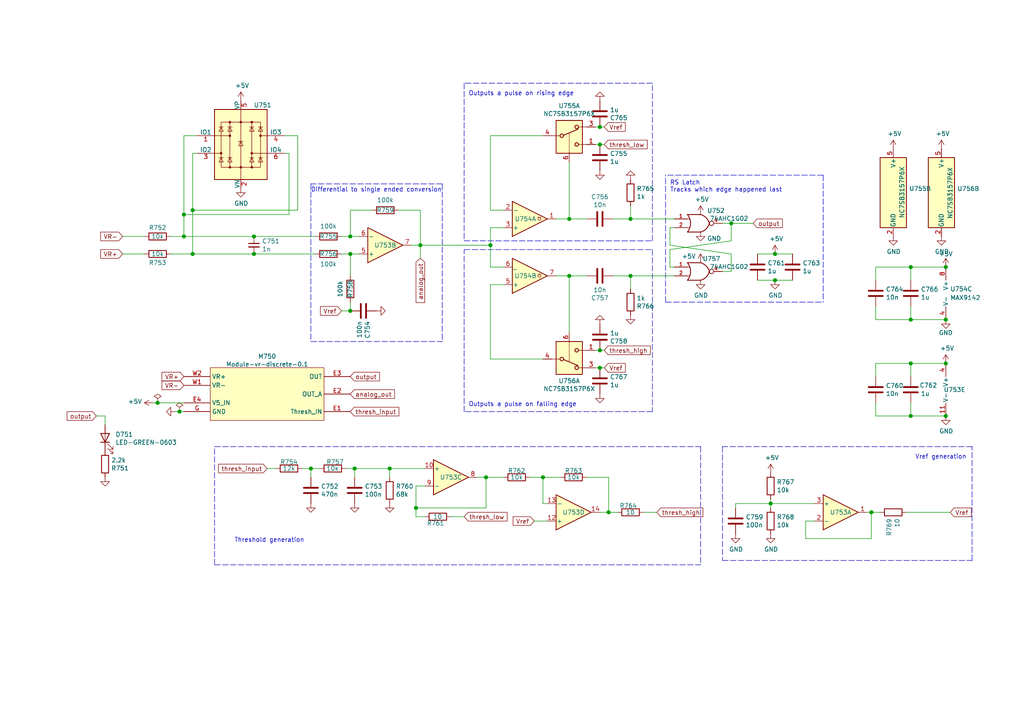
<source format=kicad_sch>
(kicad_sch (version 20210406) (generator eeschema)
  (paper "A4")
  (lib_symbols
    (symbol "74xGxx:74AHC1G02" (pin_names (offset 1.016))
      (property "Reference" "U" (at -2.54 3.81 0))
      (property "Value" "74AHC1G02" (at 0 -3.81 0))
      (symbol "74AHC1G02_0_1"
        (arc (start -3.81 2.54) (end -3.81 -2.54) (radius (at -6.985 0) (length 4.064) (angles 38.6 -38.6)) (stroke (width 0.254)))
        (arc (start 0 2.54) (end 2.54 0) (radius (at -0.9652 -0.9398) (length 3.6068) (angles 74.4 15)) (stroke (width 0.254)))
        (arc (start 0 -2.54) (end 2.54 0) (radius (at -0.9652 0.9398) (length 3.6068) (angles -74.4 -15)) (stroke (width 0.254)))
        (polyline (pts (xy -3.81 -1.27) (xy -3.175 -1.27)))
        (polyline (pts (xy -3.81 1.27) (xy -3.175 1.27)))
        (polyline (pts (xy 0 -2.54) (xy -3.81 -2.54)) (stroke (width 0.254)) (fill (type background)))
        (polyline (pts (xy 0 2.54) (xy -3.81 2.54)) (stroke (width 0.254)) (fill (type background)))
      )
      (symbol "74AHC1G02_1_1"
        (pin input line (at -7.62 1.27 0) (length 3.81) (name "~") (number "1"))
        (pin input line (at -7.62 -1.27 0) (length 3.81) (name "~") (number "2"))
        (pin power_in line (at 0 -2.54 270) (length 0) hide (name "GND") (number "3"))
        (pin output inverted (at 6.35 0 180) (length 3.81) (name "~") (number "4"))
        (pin power_in line (at 0 2.54 90) (length 0) hide (name "VCC") (number "5"))
      )
    )
    (symbol "Amplifier_Operational:MCP6004" (pin_names (offset 0.127))
      (property "Reference" "U" (at 0 5.08 0))
      (property "Value" "MCP6004" (at 0 -5.08 0))
      (symbol "MCP6004_1_1"
        (polyline (pts (xy -5.08 5.08) (xy 5.08 0) (xy -5.08 -5.08) (xy -5.08 5.08)) (stroke (width 0.254)) (fill (type background)))
        (pin output line (at 7.62 0 180) (length 2.54) (name "~") (number "1"))
        (pin input line (at -7.62 -2.54 0) (length 2.54) (name "-") (number "2"))
        (pin input line (at -7.62 2.54 0) (length 2.54) (name "+") (number "3"))
      )
      (symbol "MCP6004_2_1"
        (polyline (pts (xy -5.08 5.08) (xy 5.08 0) (xy -5.08 -5.08) (xy -5.08 5.08)) (stroke (width 0.254)) (fill (type background)))
        (pin input line (at -7.62 2.54 0) (length 2.54) (name "+") (number "5"))
        (pin input line (at -7.62 -2.54 0) (length 2.54) (name "-") (number "6"))
        (pin output line (at 7.62 0 180) (length 2.54) (name "~") (number "7"))
      )
      (symbol "MCP6004_3_1"
        (polyline (pts (xy -5.08 5.08) (xy 5.08 0) (xy -5.08 -5.08) (xy -5.08 5.08)) (stroke (width 0.254)) (fill (type background)))
        (pin input line (at -7.62 2.54 0) (length 2.54) (name "+") (number "10"))
        (pin output line (at 7.62 0 180) (length 2.54) (name "~") (number "8"))
        (pin input line (at -7.62 -2.54 0) (length 2.54) (name "-") (number "9"))
      )
      (symbol "MCP6004_4_1"
        (polyline (pts (xy -5.08 5.08) (xy 5.08 0) (xy -5.08 -5.08) (xy -5.08 5.08)) (stroke (width 0.254)) (fill (type background)))
        (pin input line (at -7.62 2.54 0) (length 2.54) (name "+") (number "12"))
        (pin input line (at -7.62 -2.54 0) (length 2.54) (name "-") (number "13"))
        (pin output line (at 7.62 0 180) (length 2.54) (name "~") (number "14"))
      )
      (symbol "MCP6004_5_1"
        (pin power_in line (at -2.54 -7.62 90) (length 3.81) (name "V-") (number "11"))
        (pin power_in line (at -2.54 7.62 270) (length 3.81) (name "V+") (number "4"))
      )
    )
    (symbol "Analog_Switch:NC7SB3157P6X" (pin_names (offset 0.127))
      (property "Reference" "U" (at -3.175 4.699 0))
      (property "Value" "NC7SB3157P6X" (at -3.175 2.921 0))
      (symbol "NC7SB3157P6X_1_1"
        (circle (center -2.159 -2.54) (radius 0.508) (stroke (width 0.254)))
        (circle (center 2.159 -5.08) (radius 0.508) (stroke (width 0.254)))
        (circle (center 2.159 0) (radius 0.508) (stroke (width 0.254)))
        (rectangle (start -3.81 1.905) (end 3.81 -7.62) (stroke (width 0.254)) (fill (type background)))
        (polyline (pts (xy -5.08 -2.54) (xy -2.794 -2.54)))
        (polyline (pts (xy -1.651 -2.413) (xy 2.54 -0.635)) (stroke (width 0.254)))
        (polyline (pts (xy 0 -7.62) (xy 0 -7.112)))
        (polyline (pts (xy 0 -6.858) (xy 0 -6.604)))
        (polyline (pts (xy 0 -6.35) (xy 0 -6.096)))
        (polyline (pts (xy 0 -5.842) (xy 0 -5.588)))
        (polyline (pts (xy 0 -5.334) (xy 0 -5.08)))
        (polyline (pts (xy 0 -4.826) (xy 0 -4.572)))
        (polyline (pts (xy 0 -4.318) (xy 0 -4.064)))
        (polyline (pts (xy 0 -3.81) (xy 0 -3.556)))
        (polyline (pts (xy 0 -3.302) (xy 0 -3.048)))
        (polyline (pts (xy 0 -2.794) (xy 0 -2.54)))
        (polyline (pts (xy 0 -2.286) (xy 0 -2.032)))
        (polyline (pts (xy 0 -2.286) (xy 0 -2.032)))
        (polyline (pts (xy 5.08 -5.08) (xy 2.794 -5.08)))
        (polyline (pts (xy 5.08 0) (xy 2.794 0)))
        (pin passive line (at 7.62 -5.08 180) (length 2.54) (name "~") (number "1"))
        (pin passive line (at 7.62 0 180) (length 2.54) (name "~") (number "3"))
        (pin passive line (at -7.62 -2.54 0) (length 2.54) (name "~") (number "4"))
        (pin input line (at 0 -10.16 90) (length 2.54) (name "~") (number "6"))
      )
      (symbol "NC7SB3157P6X_2_0"
        (pin power_in line (at 0 -12.7 90) (length 2.54) (name "GND") (number "2"))
        (pin power_in line (at 0 12.7 270) (length 2.54) (name "V+") (number "5"))
      )
      (symbol "NC7SB3157P6X_2_1"
        (rectangle (start -3.81 10.16) (end 3.81 -10.16) (stroke (width 0.254)) (fill (type background)))
      )
    )
    (symbol "Comparator:LM393" (pin_names (offset 0.127))
      (property "Reference" "U" (at 3.81 3.81 0))
      (property "Value" "LM393" (at 6.35 -3.81 0))
      (symbol "LM393_1_1"
        (polyline (pts (xy 3.302 -0.508) (xy 2.794 -0.508) (xy 3.302 0) (xy 2.794 0.508) (xy 2.286 0) (xy 2.794 -0.508) (xy 2.286 -0.508)) (stroke (width 0.127)))
        (polyline (pts (xy -5.08 5.08) (xy 5.08 0) (xy -5.08 -5.08) (xy -5.08 5.08)) (stroke (width 0.254)) (fill (type background)))
        (pin open_collector line (at 7.62 0 180) (length 2.54) (name "~") (number "1"))
        (pin input line (at -7.62 -2.54 0) (length 2.54) (name "-") (number "2"))
        (pin input line (at -7.62 2.54 0) (length 2.54) (name "+") (number "3"))
      )
      (symbol "LM393_2_1"
        (polyline (pts (xy 3.302 -0.508) (xy 2.794 -0.508) (xy 3.302 0) (xy 2.794 0.508) (xy 2.286 0) (xy 2.794 -0.508) (xy 2.286 -0.508)) (stroke (width 0.127)))
        (polyline (pts (xy -5.08 5.08) (xy 5.08 0) (xy -5.08 -5.08) (xy -5.08 5.08)) (stroke (width 0.254)) (fill (type background)))
        (pin input line (at -7.62 2.54 0) (length 2.54) (name "+") (number "5"))
        (pin input line (at -7.62 -2.54 0) (length 2.54) (name "_") (number "6"))
        (pin open_collector line (at 7.62 0 180) (length 2.54) (name "~") (number "7"))
      )
      (symbol "LM393_3_1"
        (pin power_in line (at -2.54 -7.62 90) (length 3.81) (name "V-") (number "4"))
        (pin power_in line (at -2.54 7.62 270) (length 3.81) (name "V+") (number "8"))
      )
    )
    (symbol "Device:C" (pin_numbers hide) (pin_names (offset 0.254))
      (property "Reference" "C" (at 0.635 2.54 0))
      (property "Value" "C" (at 0.635 -2.54 0))
      (symbol "C_0_1"
        (polyline (pts (xy -2.032 -0.762) (xy 2.032 -0.762)) (stroke (width 0.508)))
        (polyline (pts (xy -2.032 0.762) (xy 2.032 0.762)) (stroke (width 0.508)))
      )
      (symbol "C_1_1"
        (pin passive line (at 0 3.81 270) (length 2.794) (name "~") (number "1"))
        (pin passive line (at 0 -3.81 90) (length 2.794) (name "~") (number "2"))
      )
    )
    (symbol "Device:C_Small" (pin_numbers hide) (pin_names (offset 0.254) hide)
      (property "Reference" "C" (at 0.254 1.778 0))
      (property "Value" "C_Small" (at 0.254 -2.032 0))
      (symbol "C_Small_0_1"
        (polyline (pts (xy -1.524 -0.508) (xy 1.524 -0.508)) (stroke (width 0.3302)))
        (polyline (pts (xy -1.524 0.508) (xy 1.524 0.508)) (stroke (width 0.3048)))
      )
      (symbol "C_Small_1_1"
        (pin passive line (at 0 2.54 270) (length 2.032) (name "~") (number "1"))
        (pin passive line (at 0 -2.54 90) (length 2.032) (name "~") (number "2"))
      )
    )
    (symbol "Device:LED" (pin_numbers hide) (pin_names (offset 1.016) hide)
      (property "Reference" "D" (at 0 2.54 0))
      (property "Value" "LED" (at 0 -2.54 0))
      (symbol "LED_0_1"
        (polyline (pts (xy -1.27 -1.27) (xy -1.27 1.27)) (stroke (width 0.254)))
        (polyline (pts (xy -1.27 0) (xy 1.27 0)))
        (polyline (pts (xy 1.27 -1.27) (xy 1.27 1.27) (xy -1.27 0) (xy 1.27 -1.27)) (stroke (width 0.254)))
        (polyline (pts (xy -3.048 -0.762) (xy -4.572 -2.286) (xy -3.81 -2.286) (xy -4.572 -2.286) (xy -4.572 -1.524)))
        (polyline (pts (xy -1.778 -0.762) (xy -3.302 -2.286) (xy -2.54 -2.286) (xy -3.302 -2.286) (xy -3.302 -1.524)))
      )
      (symbol "LED_1_1"
        (pin passive line (at -3.81 0 0) (length 2.54) (name "K") (number "1"))
        (pin passive line (at 3.81 0 180) (length 2.54) (name "A") (number "2"))
      )
    )
    (symbol "Device:R" (pin_numbers hide) (pin_names (offset 0))
      (property "Reference" "R" (at 2.032 0 90))
      (property "Value" "R" (at 0 0 90))
      (symbol "R_0_1"
        (rectangle (start -1.016 -2.54) (end 1.016 2.54) (stroke (width 0.254)))
      )
      (symbol "R_1_1"
        (pin passive line (at 0 3.81 270) (length 1.27) (name "~") (number "1"))
        (pin passive line (at 0 -3.81 90) (length 1.27) (name "~") (number "2"))
      )
    )
    (symbol "Power_Protection:SRV05-4" (pin_names (offset 0))
      (property "Reference" "U" (at -5.08 11.43 0))
      (property "Value" "SRV05-4-P-T7" (at 2.54 11.43 0))
      (symbol "SRV05-4_0_0"
        (rectangle (start -5.715 6.477) (end 5.715 -6.604))
        (polyline (pts (xy -3.175 -6.604) (xy -3.175 6.477)))
        (polyline (pts (xy 3.175 6.477) (xy 3.175 -6.604)))
      )
      (symbol "SRV05-4_0_1"
        (circle (center -5.715 -2.54) (radius 0.2794) (fill (type outline)))
        (circle (center -3.175 -6.604) (radius 0.2794) (fill (type outline)))
        (circle (center -3.175 2.54) (radius 0.2794) (fill (type outline)))
        (circle (center -3.175 6.477) (radius 0.2794) (fill (type outline)))
        (circle (center 0 -6.604) (radius 0.2794) (fill (type outline)))
        (circle (center 0 6.477) (radius 0.2794) (fill (type outline)))
        (circle (center 3.175 -6.604) (radius 0.2794) (fill (type outline)))
        (circle (center 3.175 -2.54) (radius 0.2794) (fill (type outline)))
        (circle (center 3.175 6.477) (radius 0.2794) (fill (type outline)))
        (circle (center 5.715 2.54) (radius 0.2794) (fill (type outline)))
        (rectangle (start -7.62 10.16) (end 7.62 -10.16) (stroke (width 0.254)) (fill (type background)))
        (polyline (pts (xy -7.747 2.54) (xy -3.175 2.54)))
        (polyline (pts (xy -7.62 -2.54) (xy -5.715 -2.54)))
        (polyline (pts (xy -5.08 -3.81) (xy -6.35 -3.81)))
        (polyline (pts (xy -5.08 5.08) (xy -6.35 5.08)))
        (polyline (pts (xy -2.54 -3.81) (xy -3.81 -3.81)))
        (polyline (pts (xy -2.54 5.08) (xy -3.81 5.08)))
        (polyline (pts (xy 0 10.16) (xy 0 -10.16)))
        (polyline (pts (xy 3.81 -3.81) (xy 2.54 -3.81)))
        (polyline (pts (xy 3.81 5.08) (xy 2.54 5.08)))
        (polyline (pts (xy 6.35 -3.81) (xy 5.08 -3.81)))
        (polyline (pts (xy 6.35 5.08) (xy 5.08 5.08)))
        (polyline (pts (xy 7.62 -2.54) (xy 3.175 -2.54)))
        (polyline (pts (xy 7.62 2.54) (xy 5.715 2.54)))
        (polyline (pts (xy 0.635 0.889) (xy -0.635 0.889) (xy -0.635 0.635)))
        (polyline (pts (xy -5.08 -5.08) (xy -6.35 -5.08) (xy -5.715 -3.81) (xy -5.08 -5.08)))
        (polyline (pts (xy -5.08 3.81) (xy -6.35 3.81) (xy -5.715 5.08) (xy -5.08 3.81)))
        (polyline (pts (xy -2.54 -5.08) (xy -3.81 -5.08) (xy -3.175 -3.81) (xy -2.54 -5.08)))
        (polyline (pts (xy -2.54 3.81) (xy -3.81 3.81) (xy -3.175 5.08) (xy -2.54 3.81)))
        (polyline (pts (xy 0.635 -0.381) (xy -0.635 -0.381) (xy 0 0.889) (xy 0.635 -0.381)))
        (polyline (pts (xy 3.81 -5.08) (xy 2.54 -5.08) (xy 3.175 -3.81) (xy 3.81 -5.08)))
        (polyline (pts (xy 3.81 3.81) (xy 2.54 3.81) (xy 3.175 5.08) (xy 3.81 3.81)))
        (polyline (pts (xy 6.35 -5.08) (xy 5.08 -5.08) (xy 5.715 -3.81) (xy 6.35 -5.08)))
        (polyline (pts (xy 6.35 3.81) (xy 5.08 3.81) (xy 5.715 5.08) (xy 6.35 3.81)))
      )
      (symbol "SRV05-4_1_1"
        (pin passive line (at -12.7 2.54 0) (length 5.08) (name "IO1") (number "1"))
        (pin passive line (at 0 -12.7 90) (length 2.54) (name "VN") (number "2"))
        (pin passive line (at -12.7 -2.54 0) (length 5.08) (name "IO2") (number "3"))
        (pin passive line (at 12.7 2.54 180) (length 5.08) (name "IO3") (number "4"))
        (pin passive line (at 0 12.7 270) (length 2.54) (name "VP") (number "5"))
        (pin passive line (at 12.7 -2.54 180) (length 5.08) (name "IO4") (number "6"))
      )
    )
    (symbol "hellen-one-vr-discrete-0.1:Module-vr-discrete-0.1"
      (property "Reference" "M" (at 1.27 1.27 0))
      (property "Value" "Module-vr-discrete-0.1" (at 16.51 -16.51 0))
      (symbol "Module-vr-discrete-0.1_1_0"
        (rectangle (start 0 0) (end 33.02 -15.24) (fill (type background)))
        (pin passive line (at 40.64 -12.7 180) (length 7.62) (name "Thresh_IN") (number "E1"))
        (pin passive line (at 40.64 -7.62 180) (length 7.62) (name "OUT_A") (number "E2"))
        (pin passive line (at 40.64 -2.54 180) (length 7.62) (name "OUT") (number "E3"))
        (pin passive line (at -7.62 -10.16 0) (length 7.62) (name "V5_IN") (number "E4"))
        (pin passive line (at -7.62 -12.7 0) (length 7.62) (name "GND") (number "G"))
        (pin passive line (at -7.62 -5.08 0) (length 7.62) (name "VR-") (number "W1"))
        (pin passive line (at -7.62 -2.54 0) (length 7.62) (name "VR+") (number "W2"))
      )
    )
    (symbol "power:+5V" (power) (pin_names (offset 0))
      (property "Value" "+5V" (at 0 3.556 0))
      (symbol "+5V_0_1"
        (polyline (pts (xy -0.762 1.27) (xy 0 2.54)))
        (polyline (pts (xy 0 0) (xy 0 2.54)))
        (polyline (pts (xy 0 2.54) (xy 0.762 1.27)))
      )
      (symbol "+5V_1_1"
        (pin power_in line (at 0 0 90) (length 0) hide (name "+5V") (number "1"))
      )
    )
    (symbol "power:GND" (power) (pin_names (offset 0))
      (property "Value" "GND" (at 0 -3.81 0))
      (symbol "GND_0_1"
        (polyline (pts (xy 0 0) (xy 0 -1.27) (xy 1.27 -1.27) (xy 0 -2.54) (xy -1.27 -1.27) (xy 0 -1.27)))
      )
      (symbol "GND_1_1"
        (pin power_in line (at 0 0 270) (length 0) hide (name "GND") (number "1"))
      )
    )
    (symbol "power:PWR_FLAG" (power) (pin_numbers hide) (pin_names (offset 0) hide)
      (property "Value" "PWR_FLAG" (at 0 3.81 0))
      (symbol "PWR_FLAG_0_0"
        (pin power_out line (at 0 0 90) (length 0) (name "pwr") (number "1"))
      )
      (symbol "PWR_FLAG_0_1"
        (polyline (pts (xy 0 0) (xy 0 1.27) (xy -1.016 1.905) (xy 0 2.54) (xy 1.016 1.905) (xy 0 1.27)))
      )
    )
  )
  (junction (at 45.72 116.84) (diameter 1.016))
  (junction (at 52.07 119.38) (diameter 1.016))
  (junction (at 53.34 62.23) (diameter 1.016))
  (junction (at 53.34 68.58) (diameter 1.016))
  (junction (at 55.88 60.96) (diameter 1.016))
  (junction (at 55.88 73.66) (diameter 1.016))
  (junction (at 73.66 68.58) (diameter 1.016))
  (junction (at 73.66 73.66) (diameter 1.016))
  (junction (at 90.17 135.89) (diameter 1.016))
  (junction (at 101.6 68.58) (diameter 1.016))
  (junction (at 101.6 73.66) (diameter 1.016))
  (junction (at 101.6 90.17) (diameter 1.016))
  (junction (at 102.87 135.89) (diameter 1.016))
  (junction (at 113.03 135.89) (diameter 1.016))
  (junction (at 120.65 147.32) (diameter 1.016))
  (junction (at 121.92 71.12) (diameter 1.016))
  (junction (at 140.97 138.43) (diameter 1.016))
  (junction (at 142.24 71.12) (diameter 1.016))
  (junction (at 157.48 138.43) (diameter 1.016))
  (junction (at 165.1 63.5) (diameter 1.016))
  (junction (at 165.1 80.01) (diameter 1.016))
  (junction (at 173.99 36.83) (diameter 1.016))
  (junction (at 173.99 41.91) (diameter 1.016))
  (junction (at 173.99 101.6) (diameter 1.016))
  (junction (at 173.99 106.68) (diameter 1.016))
  (junction (at 176.53 148.59) (diameter 1.016))
  (junction (at 182.88 63.5) (diameter 1.016))
  (junction (at 182.88 80.01) (diameter 1.016))
  (junction (at 212.09 64.77) (diameter 1.016))
  (junction (at 223.52 146.05) (diameter 1.016))
  (junction (at 224.79 73.66) (diameter 1.016))
  (junction (at 224.79 81.28) (diameter 1.016))
  (junction (at 252.73 148.59) (diameter 1.016))
  (junction (at 264.16 77.47) (diameter 1.016))
  (junction (at 264.16 92.71) (diameter 1.016))
  (junction (at 264.16 105.41) (diameter 1.016))
  (junction (at 264.16 120.65) (diameter 1.016))
  (junction (at 274.32 77.47) (diameter 1.016))
  (junction (at 274.32 92.71) (diameter 1.016))
  (junction (at 274.32 105.41) (diameter 1.016))
  (junction (at 274.32 120.65) (diameter 1.016))
  (wire (pts (xy 27.94 120.65) (xy 30.48 120.65)))
  (wire (pts (xy 30.48 120.65) (xy 30.48 123.19)))
  (wire (pts (xy 35.56 68.58) (xy 41.91 68.58)))
  (wire (pts (xy 41.91 73.66) (xy 35.56 73.66)))
  (wire (pts (xy 44.45 116.84) (xy 45.72 116.84)))
  (wire (pts (xy 45.72 116.84) (xy 53.34 116.84)))
  (wire (pts (xy 49.53 68.58) (xy 53.34 68.58)))
  (wire (pts (xy 50.8 119.38) (xy 52.07 119.38)))
  (wire (pts (xy 52.07 119.38) (xy 53.34 119.38)))
  (wire (pts (xy 53.34 39.37) (xy 53.34 62.23)))
  (wire (pts (xy 53.34 62.23) (xy 53.34 68.58)))
  (wire (pts (xy 53.34 62.23) (xy 83.82 62.23)))
  (wire (pts (xy 53.34 68.58) (xy 73.66 68.58)))
  (wire (pts (xy 55.88 44.45) (xy 55.88 60.96)))
  (wire (pts (xy 55.88 60.96) (xy 55.88 73.66)))
  (wire (pts (xy 55.88 60.96) (xy 86.36 60.96)))
  (wire (pts (xy 55.88 73.66) (xy 49.53 73.66)))
  (wire (pts (xy 55.88 73.66) (xy 73.66 73.66)))
  (wire (pts (xy 57.15 39.37) (xy 53.34 39.37)))
  (wire (pts (xy 57.15 44.45) (xy 55.88 44.45)))
  (wire (pts (xy 73.66 68.58) (xy 91.44 68.58)))
  (wire (pts (xy 80.01 135.89) (xy 77.47 135.89)))
  (wire (pts (xy 83.82 44.45) (xy 82.55 44.45)))
  (wire (pts (xy 83.82 62.23) (xy 83.82 44.45)))
  (wire (pts (xy 86.36 39.37) (xy 82.55 39.37)))
  (wire (pts (xy 86.36 60.96) (xy 86.36 39.37)))
  (wire (pts (xy 87.63 135.89) (xy 90.17 135.89)))
  (wire (pts (xy 90.17 135.89) (xy 90.17 138.43)))
  (wire (pts (xy 91.44 73.66) (xy 73.66 73.66)))
  (wire (pts (xy 92.71 135.89) (xy 90.17 135.89)))
  (wire (pts (xy 99.06 68.58) (xy 101.6 68.58)))
  (wire (pts (xy 99.06 73.66) (xy 101.6 73.66)))
  (wire (pts (xy 99.06 90.17) (xy 101.6 90.17)))
  (wire (pts (xy 100.33 135.89) (xy 102.87 135.89)))
  (wire (pts (xy 101.6 60.96) (xy 101.6 68.58)))
  (wire (pts (xy 101.6 68.58) (xy 104.14 68.58)))
  (wire (pts (xy 101.6 73.66) (xy 104.14 73.66)))
  (wire (pts (xy 101.6 80.01) (xy 101.6 73.66)))
  (wire (pts (xy 101.6 90.17) (xy 101.6 87.63)))
  (wire (pts (xy 102.87 135.89) (xy 113.03 135.89)))
  (wire (pts (xy 102.87 138.43) (xy 102.87 135.89)))
  (wire (pts (xy 107.95 60.96) (xy 101.6 60.96)))
  (wire (pts (xy 113.03 135.89) (xy 113.03 138.43)))
  (wire (pts (xy 115.57 60.96) (xy 121.92 60.96)))
  (wire (pts (xy 120.65 140.97) (xy 120.65 147.32)))
  (wire (pts (xy 120.65 147.32) (xy 120.65 149.86)))
  (wire (pts (xy 120.65 147.32) (xy 140.97 147.32)))
  (wire (pts (xy 120.65 149.86) (xy 123.19 149.86)))
  (wire (pts (xy 121.92 60.96) (xy 121.92 71.12)))
  (wire (pts (xy 121.92 71.12) (xy 119.38 71.12)))
  (wire (pts (xy 121.92 74.93) (xy 121.92 71.12)))
  (wire (pts (xy 123.19 135.89) (xy 113.03 135.89)))
  (wire (pts (xy 123.19 140.97) (xy 120.65 140.97)))
  (wire (pts (xy 130.81 149.86) (xy 134.62 149.86)))
  (wire (pts (xy 140.97 138.43) (xy 138.43 138.43)))
  (wire (pts (xy 140.97 147.32) (xy 140.97 138.43)))
  (wire (pts (xy 142.24 39.37) (xy 142.24 60.96)))
  (wire (pts (xy 142.24 60.96) (xy 146.05 60.96)))
  (wire (pts (xy 142.24 66.04) (xy 146.05 66.04)))
  (wire (pts (xy 142.24 71.12) (xy 121.92 71.12)))
  (wire (pts (xy 142.24 71.12) (xy 142.24 66.04)))
  (wire (pts (xy 142.24 77.47) (xy 142.24 71.12)))
  (wire (pts (xy 142.24 82.55) (xy 142.24 104.14)))
  (wire (pts (xy 142.24 82.55) (xy 146.05 82.55)))
  (wire (pts (xy 146.05 77.47) (xy 142.24 77.47)))
  (wire (pts (xy 146.05 138.43) (xy 140.97 138.43)))
  (wire (pts (xy 154.94 151.13) (xy 158.75 151.13)))
  (wire (pts (xy 157.48 39.37) (xy 142.24 39.37)))
  (wire (pts (xy 157.48 104.14) (xy 142.24 104.14)))
  (wire (pts (xy 157.48 138.43) (xy 153.67 138.43)))
  (wire (pts (xy 157.48 138.43) (xy 162.56 138.43)))
  (wire (pts (xy 157.48 146.05) (xy 157.48 138.43)))
  (wire (pts (xy 158.75 146.05) (xy 157.48 146.05)))
  (wire (pts (xy 161.29 63.5) (xy 165.1 63.5)))
  (wire (pts (xy 165.1 63.5) (xy 165.1 46.99)))
  (wire (pts (xy 165.1 63.5) (xy 170.18 63.5)))
  (wire (pts (xy 165.1 80.01) (xy 161.29 80.01)))
  (wire (pts (xy 165.1 80.01) (xy 165.1 96.52)))
  (wire (pts (xy 165.1 80.01) (xy 170.18 80.01)))
  (wire (pts (xy 170.18 138.43) (xy 176.53 138.43)))
  (wire (pts (xy 172.72 41.91) (xy 173.99 41.91)))
  (wire (pts (xy 173.99 36.83) (xy 172.72 36.83)))
  (wire (pts (xy 173.99 41.91) (xy 175.26 41.91)))
  (wire (pts (xy 173.99 101.6) (xy 172.72 101.6)))
  (wire (pts (xy 173.99 106.68) (xy 172.72 106.68)))
  (wire (pts (xy 175.26 36.83) (xy 173.99 36.83)))
  (wire (pts (xy 175.26 101.6) (xy 173.99 101.6)))
  (wire (pts (xy 175.26 106.68) (xy 173.99 106.68)))
  (wire (pts (xy 176.53 138.43) (xy 176.53 148.59)))
  (wire (pts (xy 176.53 148.59) (xy 173.99 148.59)))
  (wire (pts (xy 176.53 148.59) (xy 179.07 148.59)))
  (wire (pts (xy 177.8 63.5) (xy 182.88 63.5)))
  (wire (pts (xy 177.8 80.01) (xy 182.88 80.01)))
  (wire (pts (xy 182.88 63.5) (xy 182.88 59.69)))
  (wire (pts (xy 182.88 63.5) (xy 195.58 63.5)))
  (wire (pts (xy 182.88 80.01) (xy 182.88 83.82)))
  (wire (pts (xy 182.88 80.01) (xy 195.58 80.01)))
  (wire (pts (xy 186.69 148.59) (xy 190.5 148.59)))
  (wire (pts (xy 194.31 66.04) (xy 194.31 71.12)))
  (wire (pts (xy 194.31 66.04) (xy 195.58 66.04)))
  (wire (pts (xy 194.31 71.12) (xy 212.09 73.66)))
  (wire (pts (xy 194.31 72.39) (xy 194.31 77.47)))
  (wire (pts (xy 194.31 72.39) (xy 212.09 69.85)))
  (wire (pts (xy 195.58 77.47) (xy 194.31 77.47)))
  (wire (pts (xy 209.55 64.77) (xy 212.09 64.77)))
  (wire (pts (xy 209.55 78.74) (xy 212.09 78.74)))
  (wire (pts (xy 212.09 64.77) (xy 212.09 69.85)))
  (wire (pts (xy 212.09 64.77) (xy 218.44 64.77)))
  (wire (pts (xy 212.09 73.66) (xy 212.09 78.74)))
  (wire (pts (xy 213.36 146.05) (xy 223.52 146.05)))
  (wire (pts (xy 213.36 147.32) (xy 213.36 146.05)))
  (wire (pts (xy 219.71 73.66) (xy 224.79 73.66)))
  (wire (pts (xy 219.71 81.28) (xy 224.79 81.28)))
  (wire (pts (xy 223.52 146.05) (xy 223.52 144.78)))
  (wire (pts (xy 223.52 146.05) (xy 223.52 147.32)))
  (wire (pts (xy 229.87 73.66) (xy 224.79 73.66)))
  (wire (pts (xy 229.87 81.28) (xy 224.79 81.28)))
  (wire (pts (xy 233.68 151.13) (xy 233.68 156.21)))
  (wire (pts (xy 233.68 156.21) (xy 252.73 156.21)))
  (wire (pts (xy 236.22 146.05) (xy 223.52 146.05)))
  (wire (pts (xy 236.22 151.13) (xy 233.68 151.13)))
  (wire (pts (xy 252.73 148.59) (xy 251.46 148.59)))
  (wire (pts (xy 252.73 156.21) (xy 252.73 148.59)))
  (wire (pts (xy 254 77.47) (xy 254 81.28)))
  (wire (pts (xy 254 77.47) (xy 264.16 77.47)))
  (wire (pts (xy 254 88.9) (xy 254 92.71)))
  (wire (pts (xy 254 92.71) (xy 264.16 92.71)))
  (wire (pts (xy 254 105.41) (xy 254 109.22)))
  (wire (pts (xy 254 105.41) (xy 264.16 105.41)))
  (wire (pts (xy 254 116.84) (xy 254 120.65)))
  (wire (pts (xy 254 120.65) (xy 264.16 120.65)))
  (wire (pts (xy 255.27 148.59) (xy 252.73 148.59)))
  (wire (pts (xy 262.89 148.59) (xy 275.59 148.59)))
  (wire (pts (xy 264.16 77.47) (xy 274.32 77.47)))
  (wire (pts (xy 264.16 81.28) (xy 264.16 77.47)))
  (wire (pts (xy 264.16 92.71) (xy 264.16 88.9)))
  (wire (pts (xy 264.16 105.41) (xy 274.32 105.41)))
  (wire (pts (xy 264.16 109.22) (xy 264.16 105.41)))
  (wire (pts (xy 264.16 120.65) (xy 264.16 116.84)))
  (wire (pts (xy 274.32 92.71) (xy 264.16 92.71)))
  (wire (pts (xy 274.32 120.65) (xy 264.16 120.65)))
  (polyline (pts (xy 62.23 129.54) (xy 203.2 129.54)) (stroke (width 0) (type dash)))
  (polyline (pts (xy 62.23 163.83) (xy 62.23 129.54)) (stroke (width 0) (type dash)))
  (polyline (pts (xy 62.23 163.83) (xy 203.2 163.83)) (stroke (width 0) (type dash)))
  (polyline (pts (xy 90.17 53.34) (xy 90.17 99.06)) (stroke (width 0) (type dash)))
  (polyline (pts (xy 90.17 99.06) (xy 128.27 99.06)) (stroke (width 0) (type dash)))
  (polyline (pts (xy 128.27 53.34) (xy 90.17 53.34)) (stroke (width 0) (type dash)))
  (polyline (pts (xy 128.27 53.34) (xy 128.27 99.06)) (stroke (width 0) (type dash)))
  (polyline (pts (xy 134.62 24.13) (xy 134.62 69.85)) (stroke (width 0) (type dash)))
  (polyline (pts (xy 134.62 69.85) (xy 189.23 69.85)) (stroke (width 0) (type dash)))
  (polyline (pts (xy 134.62 72.39) (xy 189.23 72.39)) (stroke (width 0) (type dash)))
  (polyline (pts (xy 134.62 119.38) (xy 134.62 72.39)) (stroke (width 0) (type dash)))
  (polyline (pts (xy 189.23 24.13) (xy 134.62 24.13)) (stroke (width 0) (type dash)))
  (polyline (pts (xy 189.23 69.85) (xy 189.23 24.13)) (stroke (width 0) (type dash)))
  (polyline (pts (xy 189.23 72.39) (xy 189.23 119.38)) (stroke (width 0) (type dash)))
  (polyline (pts (xy 189.23 119.38) (xy 134.62 119.38)) (stroke (width 0) (type dash)))
  (polyline (pts (xy 193.04 87.63) (xy 193.04 50.8)) (stroke (width 0) (type dash)))
  (polyline (pts (xy 193.04 87.63) (xy 238.76 87.63)) (stroke (width 0) (type dash)))
  (polyline (pts (xy 203.2 129.54) (xy 203.2 163.83)) (stroke (width 0) (type dash)))
  (polyline (pts (xy 209.55 129.54) (xy 209.55 162.56)) (stroke (width 0) (type dash)))
  (polyline (pts (xy 209.55 162.56) (xy 281.94 162.56)) (stroke (width 0) (type dash)))
  (polyline (pts (xy 238.76 50.8) (xy 193.04 50.8)) (stroke (width 0) (type dash)))
  (polyline (pts (xy 238.76 50.8) (xy 238.76 87.63)) (stroke (width 0) (type dash)))
  (polyline (pts (xy 281.94 129.54) (xy 209.55 129.54)) (stroke (width 0) (type dash)))
  (polyline (pts (xy 281.94 162.56) (xy 281.94 129.54)) (stroke (width 0) (type dash)))
  (text "Threshold generation" (at 67.945 157.48 0) (effects (font (size 1.27 1.27)) (justify left bottom)))
  (text "Differential to single ended conversion" (at 90.17 55.88 0) (effects (font (size 1.27 1.27)) (justify left bottom)))
  (text "Outputs a pulse on rising edge" (at 135.89 27.94 0) (effects (font (size 1.27 1.27)) (justify left bottom)))
  (text "Outputs a pulse on falling edge" (at 135.89 118.11 0) (effects (font (size 1.27 1.27)) (justify left bottom)))
  (text "RS Latch\nTracks which edge happened last" (at 194.31 55.88 0) (effects (font (size 1.27 1.27)) (justify left bottom)))
  (text "Vref generation" (at 265.43 133.35 0) (effects (font (size 1.27 1.27)) (justify left bottom)))
  (global_label "output" (shape input) (at 27.94 120.65 180) (property "Intersheet References" "${INTERSHEET_REFS}" (effects hide)))
  (global_label "VR-" (shape input) (at 35.56 68.58 180) (property "Intersheet References" "${INTERSHEET_REFS}" (effects hide)))
  (global_label "VR+" (shape input) (at 35.56 73.66 180) (property "Intersheet References" "${INTERSHEET_REFS}" (effects hide)))
  (global_label "VR+" (shape input) (at 53.34 109.22 180) (property "Intersheet References" "${INTERSHEET_REFS}" (effects hide)))
  (global_label "VR-" (shape input) (at 53.34 111.76 180) (property "Intersheet References" "${INTERSHEET_REFS}" (effects hide)))
  (global_label "thresh_input" (shape input) (at 77.47 135.89 180) (property "Intersheet References" "${INTERSHEET_REFS}" (effects hide)))
  (global_label "Vref" (shape input) (at 99.06 90.17 180) (property "Intersheet References" "${INTERSHEET_REFS}" (effects hide)))
  (global_label "output" (shape input) (at 101.6 109.22 0) (property "Intersheet References" "${INTERSHEET_REFS}" (effects hide)))
  (global_label "analog_out" (shape input) (at 101.6 114.3 0) (property "Intersheet References" "${INTERSHEET_REFS}" (effects hide)))
  (global_label "thresh_input" (shape input) (at 101.6 119.38 0) (property "Intersheet References" "${INTERSHEET_REFS}" (effects hide)))
  (global_label "analog_out" (shape input) (at 121.92 74.93 270) (property "Intersheet References" "${INTERSHEET_REFS}" (effects hide)))
  (global_label "thresh_low" (shape input) (at 134.62 149.86 0) (property "Intersheet References" "${INTERSHEET_REFS}" (effects hide)))
  (global_label "Vref" (shape input) (at 154.94 151.13 180) (property "Intersheet References" "${INTERSHEET_REFS}" (effects hide)))
  (global_label "Vref" (shape input) (at 175.26 36.83 0) (property "Intersheet References" "${INTERSHEET_REFS}" (effects hide)))
  (global_label "thresh_low" (shape input) (at 175.26 41.91 0) (property "Intersheet References" "${INTERSHEET_REFS}" (effects hide)))
  (global_label "thresh_high" (shape input) (at 175.26 101.6 0) (property "Intersheet References" "${INTERSHEET_REFS}" (effects hide)))
  (global_label "Vref" (shape input) (at 175.26 106.68 0) (property "Intersheet References" "${INTERSHEET_REFS}" (effects hide)))
  (global_label "thresh_high" (shape input) (at 190.5 148.59 0) (property "Intersheet References" "${INTERSHEET_REFS}" (effects hide)))
  (global_label "output" (shape input) (at 218.44 64.77 0) (property "Intersheet References" "${INTERSHEET_REFS}" (effects hide)))
  (global_label "Vref" (shape input) (at 275.59 148.59 0) (property "Intersheet References" "${INTERSHEET_REFS}" (effects hide)))
  (symbol (lib_id "power:+5V") (at 44.45 116.84 90) (unit 1)
    (property "Reference" "#PWR0751" (effects hide))
    (property "Value" "+5V" (at 41.1988 116.459 90) (effects (justify left)))
  )
  (symbol (lib_id "power:+5V") (at 69.85 29.21 0) (unit 1)
    (property "Reference" "#PWR0754" (effects hide))
    (property "Value" "+5V" (at 70.231 24.8158 0))
  )
  (symbol (lib_id "power:+5V") (at 203.2 62.23 0) (unit 1)
    (property "Reference" "#PWR01" (effects hide))
    (property "Value" "+5V" (at 203.581 57.8358 0))
  )
  (symbol (lib_id "power:+5V") (at 203.2 76.2 0) (unit 1)
    (property "Reference" "#PWR03" (effects hide))
    (property "Value" "+5V" (at 199.771 74.3458 0))
  )
  (symbol (lib_id "power:+5V") (at 223.52 137.16 0) (unit 1)
    (property "Reference" "#PWR0773" (effects hide))
    (property "Value" "+5V" (at 223.901 132.7658 0))
  )
  (symbol (lib_id "power:+5V") (at 224.79 73.66 0) (unit 1)
    (property "Reference" "#PWR0775" (effects hide))
    (property "Value" "+5V" (at 225.171 69.2658 0))
  )
  (symbol (lib_id "power:+5V") (at 259.08 43.18 0) (unit 1)
    (property "Reference" "#PWR0768" (effects hide))
    (property "Value" "+5V" (at 259.461 38.7858 0))
  )
  (symbol (lib_id "power:+5V") (at 273.05 43.18 0) (unit 1)
    (property "Reference" "#PWR0771" (effects hide))
    (property "Value" "+5V" (at 273.431 38.7858 0))
  )
  (symbol (lib_id "power:+5V") (at 274.32 77.47 0) (unit 1)
    (property "Reference" "#PWR0787" (effects hide))
    (property "Value" "+5V" (at 274.32 73.66 0))
  )
  (symbol (lib_id "power:+5V") (at 274.32 105.41 0) (unit 1)
    (property "Reference" "#PWR0785" (effects hide))
    (property "Value" "+5V" (at 274.701 101.0158 0))
  )
  (symbol (lib_id "power:PWR_FLAG") (at 45.72 116.84 0) (unit 1)
    (property "Reference" "#FLG0751" (effects hide))
    (property "Value" "PWR_FLAG" (effects hide))
  )
  (symbol (lib_id "power:PWR_FLAG") (at 52.07 119.38 0) (unit 1)
    (property "Reference" "#FLG0752" (effects hide))
    (property "Value" "PWR_FLAG" (effects hide))
  )
  (symbol (lib_id "power:GND") (at 30.48 138.43 0) (mirror y) (unit 1)
    (property "Reference" "#PWR0752" (effects hide))
    (property "Value" "GND" (effects hide))
  )
  (symbol (lib_id "power:GND") (at 50.8 119.38 270) (mirror x) (unit 1)
    (property "Reference" "#PWR0753" (effects hide))
    (property "Value" "GND" (effects hide))
  )
  (symbol (lib_id "power:GND") (at 69.85 54.61 0) (unit 1)
    (property "Reference" "#PWR0755" (effects hide))
    (property "Value" "GND" (at 69.977 59.0042 0))
  )
  (symbol (lib_id "power:GND") (at 90.17 146.05 0) (mirror y) (unit 1)
    (property "Reference" "#PWR0756" (effects hide))
    (property "Value" "GND" (effects hide))
  )
  (symbol (lib_id "power:GND") (at 102.87 146.05 0) (mirror y) (unit 1)
    (property "Reference" "#PWR0761" (effects hide))
    (property "Value" "GND" (effects hide))
  )
  (symbol (lib_id "power:GND") (at 109.22 90.17 90) (mirror x) (unit 1)
    (property "Reference" "#PWR0762" (effects hide))
    (property "Value" "GND" (effects hide))
  )
  (symbol (lib_id "power:GND") (at 113.03 146.05 0) (mirror y) (unit 1)
    (property "Reference" "#PWR0763" (effects hide))
    (property "Value" "GND" (effects hide))
  )
  (symbol (lib_id "power:GND") (at 173.99 29.21 180) (unit 1)
    (property "Reference" "#PWR0791" (effects hide))
    (property "Value" "GND" (effects hide))
  )
  (symbol (lib_id "power:GND") (at 173.99 49.53 0) (mirror y) (unit 1)
    (property "Reference" "#PWR0764" (effects hide))
    (property "Value" "GND" (effects hide))
  )
  (symbol (lib_id "power:GND") (at 173.99 93.98 0) (mirror x) (unit 1)
    (property "Reference" "#PWR0767" (effects hide))
    (property "Value" "GND" (effects hide))
  )
  (symbol (lib_id "power:GND") (at 173.99 114.3 0) (mirror y) (unit 1)
    (property "Reference" "#PWR0794" (effects hide))
    (property "Value" "GND" (effects hide))
  )
  (symbol (lib_id "power:GND") (at 182.88 52.07 180) (unit 1)
    (property "Reference" "#PWR0765" (effects hide))
    (property "Value" "GND" (effects hide))
  )
  (symbol (lib_id "power:GND") (at 182.88 91.44 0) (mirror y) (unit 1)
    (property "Reference" "#PWR0766" (effects hide))
    (property "Value" "GND" (effects hide))
  )
  (symbol (lib_id "power:GND") (at 203.2 67.31 0) (unit 1)
    (property "Reference" "#PWR02" (effects hide))
    (property "Value" "GND" (at 207.137 69.1642 0))
  )
  (symbol (lib_id "power:GND") (at 203.2 81.28 0) (unit 1)
    (property "Reference" "#PWR04" (effects hide))
    (property "Value" "GND" (at 203.327 85.6742 0))
  )
  (symbol (lib_id "power:GND") (at 213.36 154.94 0) (unit 1)
    (property "Reference" "#PWR0770" (effects hide))
    (property "Value" "GND" (at 213.487 159.3342 0))
  )
  (symbol (lib_id "power:GND") (at 223.52 154.94 0) (unit 1)
    (property "Reference" "#PWR0774" (effects hide))
    (property "Value" "GND" (at 223.647 159.3342 0))
  )
  (symbol (lib_id "power:GND") (at 224.79 81.28 0) (unit 1)
    (property "Reference" "#PWR0776" (effects hide))
    (property "Value" "GND" (at 224.917 85.6742 0))
  )
  (symbol (lib_id "power:GND") (at 259.08 68.58 0) (unit 1)
    (property "Reference" "#PWR0769" (effects hide))
    (property "Value" "GND" (at 259.207 72.9742 0))
  )
  (symbol (lib_id "power:GND") (at 273.05 68.58 0) (unit 1)
    (property "Reference" "#PWR0772" (effects hide))
    (property "Value" "GND" (at 273.177 72.9742 0))
  )
  (symbol (lib_id "power:GND") (at 274.32 92.71 0) (unit 1)
    (property "Reference" "#PWR0788" (effects hide))
    (property "Value" "GND" (at 274.32 96.52 0))
  )
  (symbol (lib_id "power:GND") (at 274.32 120.65 0) (unit 1)
    (property "Reference" "#PWR0786" (effects hide))
    (property "Value" "GND" (at 274.447 125.0442 0))
  )
  (symbol (lib_id "Comparator:LM393") (at 276.86 85.09 0) (unit 3)
    (property "Reference" "U754" (at 275.59 83.82 0) (effects (justify left)))
    (property "Value" "MAX9142" (at 275.59 86.36 0) (effects (justify left)))
    (property "Footprint" "Package_SO:SOIC-8_3.9x4.9mm_P1.27mm" (effects hide))
    (property "Datasheet" "http://www.ti.com/lit/ds/symlink/lm393.pdf" (effects hide))
    (property "LCSC" "C18567" (effects hide))
  )
  (symbol (lib_id "Amplifier_Operational:MCP6004") (at 276.86 113.03 0) (unit 5)
    (property "Reference" "U753" (at 276.86 113.03 0))
    (property "Value" "MCP6004" (effects hide))
    (property "Footprint" "Package_SO:TSSOP-14_4.4x5mm_P0.65mm" (effects hide))
    (property "Datasheet" "http://ww1.microchip.com/downloads/en/DeviceDoc/21733j.pdf" (effects hide))
    (property "LCSC" "C50282" (effects hide))
  )
  (symbol (lib_id "Device:R") (at 30.48 134.62 0) (mirror x) (unit 1)
    (property "Reference" "R751" (at 32.258 135.7884 0) (effects (justify left)))
    (property "Value" "2.2k" (at 32.258 133.477 0) (effects (justify left)))
    (property "Footprint" "Resistor_SMD:R_0402_1005Metric" (effects hide))
    (property "LCSC" "C25879" (effects hide))
  )
  (symbol (lib_id "Device:R") (at 45.72 68.58 90) (unit 1)
    (property "Reference" "R752" (at 45.72 66.04 90))
    (property "Value" "10k" (at 45.72 68.58 90))
    (property "Footprint" "Resistor_SMD:R_0805_2012Metric" (effects hide))
    (property "LCSC" "C17414" (effects hide))
  )
  (symbol (lib_id "Device:R") (at 45.72 73.66 270) (unit 1)
    (property "Reference" "R753" (at 45.72 76.2 90))
    (property "Value" "10k" (at 45.72 73.66 90))
    (property "Footprint" "Resistor_SMD:R_0805_2012Metric" (effects hide))
    (property "LCSC" "C17414" (effects hide))
  )
  (symbol (lib_id "Device:R") (at 83.82 135.89 90) (mirror x) (unit 1)
    (property "Reference" "R754" (at 83.82 133.985 90))
    (property "Value" "12k" (at 83.82 135.89 90))
    (property "Footprint" "Resistor_SMD:R_0402_1005Metric" (effects hide))
    (property "LCSC" "C25752" (effects hide))
  )
  (symbol (lib_id "Device:R") (at 95.25 68.58 270) (unit 1)
    (property "Reference" "R755" (at 95.25 68.58 90))
    (property "Value" "100k" (at 95.25 65.6336 90))
    (property "Footprint" "Resistor_SMD:R_0402_1005Metric" (effects hide))
    (property "LCSC" "C25741" (effects hide))
  )
  (symbol (lib_id "Device:R") (at 95.25 73.66 90) (unit 1)
    (property "Reference" "R756" (at 95.25 73.66 90))
    (property "Value" "100k" (at 95.25 76.6064 90))
    (property "Footprint" "Resistor_SMD:R_0402_1005Metric" (effects hide))
    (property "LCSC" "C25741" (effects hide))
  )
  (symbol (lib_id "Device:R") (at 96.52 135.89 270) (unit 1)
    (property "Reference" "R757" (at 94.615 133.985 90) (effects (justify left)))
    (property "Value" "10k" (at 94.615 135.89 90) (effects (justify left)))
    (property "Footprint" "Resistor_SMD:R_0402_1005Metric" (effects hide))
    (property "LCSC" "C25744" (effects hide))
  )
  (symbol (lib_id "Device:R") (at 101.6 83.82 0) (unit 1)
    (property "Reference" "R758" (at 101.6 83.82 90))
    (property "Value" "100k" (at 98.6536 83.82 90))
    (property "Footprint" "Resistor_SMD:R_0402_1005Metric" (effects hide))
    (property "LCSC" "C25741" (effects hide))
  )
  (symbol (lib_id "Device:R") (at 111.76 60.96 270) (unit 1)
    (property "Reference" "R759" (at 111.76 60.96 90))
    (property "Value" "100k" (at 111.76 58.0136 90))
    (property "Footprint" "Resistor_SMD:R_0402_1005Metric" (effects hide))
    (property "LCSC" "C25741" (effects hide))
  )
  (symbol (lib_id "Device:R") (at 113.03 142.24 0) (unit 1)
    (property "Reference" "R760" (at 114.808 141.0716 0) (effects (justify left)))
    (property "Value" "68k" (at 114.808 143.383 0) (effects (justify left)))
    (property "Footprint" "Resistor_SMD:R_0402_1005Metric" (effects hide))
    (property "LCSC" "C36871" (effects hide))
  )
  (symbol (lib_id "Device:R") (at 127 149.86 90) (mirror x) (unit 1)
    (property "Reference" "R761" (at 128.905 151.765 90) (effects (justify left)))
    (property "Value" "10" (at 128.27 149.86 90) (effects (justify left)))
    (property "Footprint" "Resistor_SMD:R_0402_1005Metric" (effects hide))
    (property "LCSC" "C25077" (effects hide))
  )
  (symbol (lib_id "Device:R") (at 149.86 138.43 270) (unit 1)
    (property "Reference" "R762" (at 149.86 136.525 90))
    (property "Value" "10k" (at 149.86 138.43 90))
    (property "Footprint" "Resistor_SMD:R_0402_1005Metric" (effects hide))
    (property "LCSC" "C25744" (effects hide))
  )
  (symbol (lib_id "Device:R") (at 166.37 138.43 270) (unit 1)
    (property "Reference" "R763" (at 166.37 136.525 90))
    (property "Value" "10k" (at 166.37 138.43 90))
    (property "Footprint" "Resistor_SMD:R_0402_1005Metric" (effects hide))
    (property "LCSC" "C25744" (effects hide))
  )
  (symbol (lib_id "Device:R") (at 182.88 55.88 0) (unit 1)
    (property "Reference" "R765" (at 184.658 54.7116 0) (effects (justify left)))
    (property "Value" "1k" (at 184.658 57.023 0) (effects (justify left)))
    (property "Footprint" "Resistor_SMD:R_0402_1005Metric" (effects hide))
    (property "LCSC" "C11702" (effects hide))
  )
  (symbol (lib_id "Device:R") (at 182.88 87.63 0) (mirror x) (unit 1)
    (property "Reference" "R766" (at 184.658 88.7984 0) (effects (justify left)))
    (property "Value" "1k" (at 184.658 86.487 0) (effects (justify left)))
    (property "Footprint" "Resistor_SMD:R_0402_1005Metric" (effects hide))
    (property "LCSC" "C11702" (effects hide))
  )
  (symbol (lib_id "Device:R") (at 182.88 148.59 90) (mirror x) (unit 1)
    (property "Reference" "R764" (at 184.785 146.685 90) (effects (justify left)))
    (property "Value" "10" (at 184.15 148.59 90) (effects (justify left)))
    (property "Footprint" "Resistor_SMD:R_0402_1005Metric" (effects hide))
    (property "LCSC" "C25077" (effects hide))
  )
  (symbol (lib_id "Device:R") (at 223.52 140.97 0) (unit 1)
    (property "Reference" "R767" (at 225.298 139.8016 0) (effects (justify left)))
    (property "Value" "10k" (at 225.298 142.113 0) (effects (justify left)))
    (property "Footprint" "Resistor_SMD:R_0402_1005Metric" (effects hide))
    (property "LCSC" "C25744" (effects hide))
  )
  (symbol (lib_id "Device:R") (at 223.52 151.13 0) (unit 1)
    (property "Reference" "R768" (at 225.298 149.9616 0) (effects (justify left)))
    (property "Value" "10k" (at 225.298 152.273 0) (effects (justify left)))
    (property "Footprint" "Resistor_SMD:R_0402_1005Metric" (effects hide))
    (property "LCSC" "C25744" (effects hide))
  )
  (symbol (lib_id "Device:R") (at 259.08 148.59 90) (mirror x) (unit 1)
    (property "Reference" "R769" (at 257.9116 150.368 0) (effects (justify left)))
    (property "Value" "10" (at 260.223 150.368 0) (effects (justify left)))
    (property "Footprint" "Resistor_SMD:R_0402_1005Metric" (effects hide))
    (property "LCSC" "C25077" (effects hide))
  )
  (symbol (lib_id "Device:C_Small") (at 73.66 71.12 0) (unit 1)
    (property "Reference" "C751" (at 75.9968 69.9516 0) (effects (justify left)))
    (property "Value" "1n" (at 75.9968 72.263 0) (effects (justify left)))
    (property "Footprint" "Capacitor_SMD:C_0402_1005Metric" (effects hide))
    (property "LCSC" "C1523" (effects hide))
  )
  (symbol (lib_id "Device:LED") (at 30.48 127 90) (unit 1)
    (property "Reference" "D751" (at 33.4772 126.0094 90) (effects (justify right)))
    (property "Value" "LED-GREEN-0603" (at 33.4772 128.3208 90) (effects (justify right)))
    (property "Footprint" "LED_SMD:LED_0603_1608Metric" (effects hide))
    (property "LCSC" "C72043" (effects hide))
  )
  (symbol (lib_id "Device:C") (at 90.17 142.24 0) (unit 1)
    (property "Reference" "C752" (at 93.091 141.0716 0) (effects (justify left)))
    (property "Value" "470n" (at 93.091 143.383 0) (effects (justify left)))
    (property "Footprint" "Capacitor_SMD:C_0402_1005Metric" (effects hide))
    (property "LCSC" "C47339" (effects hide))
  )
  (symbol (lib_id "Device:C") (at 102.87 142.24 0) (unit 1)
    (property "Reference" "C753" (at 105.791 141.0716 0) (effects (justify left)))
    (property "Value" "100n" (at 105.791 143.383 0) (effects (justify left)))
    (property "Footprint" "Capacitor_SMD:C_0402_1005Metric" (effects hide))
    (property "LCSC" "C1525" (effects hide))
  )
  (symbol (lib_id "Device:C") (at 105.41 90.17 270) (unit 1)
    (property "Reference" "C754" (at 106.5784 93.091 0) (effects (justify left)))
    (property "Value" "100n" (at 104.267 93.091 0) (effects (justify left)))
    (property "Footprint" "Capacitor_SMD:C_0402_1005Metric" (effects hide))
    (property "LCSC" "C1525" (effects hide))
  )
  (symbol (lib_id "Device:C") (at 173.99 33.02 0) (mirror x) (unit 1)
    (property "Reference" "C765" (at 176.911 34.1884 0) (effects (justify left)))
    (property "Value" "1u" (at 176.911 31.877 0) (effects (justify left)))
    (property "Footprint" "Capacitor_SMD:C_0402_1005Metric" (effects hide))
    (property "LCSC" "C52923" (effects hide))
  )
  (symbol (lib_id "Device:C") (at 173.99 45.72 0) (unit 1)
    (property "Reference" "C755" (at 176.911 44.5516 0) (effects (justify left)))
    (property "Value" "1u" (at 176.911 46.863 0) (effects (justify left)))
    (property "Footprint" "Capacitor_SMD:C_0402_1005Metric" (effects hide))
    (property "LCSC" "C52923" (effects hide))
  )
  (symbol (lib_id "Device:C") (at 173.99 63.5 270) (unit 1)
    (property "Reference" "C756" (at 173.99 57.0992 90))
    (property "Value" "10n" (at 173.99 59.4106 90))
    (property "Footprint" "Capacitor_SMD:C_0402_1005Metric" (effects hide))
    (property "LCSC" "C15195" (effects hide))
  )
  (symbol (lib_id "Device:C") (at 173.99 80.01 270) (mirror x) (unit 1)
    (property "Reference" "C757" (at 173.99 86.4108 90))
    (property "Value" "10n" (at 173.99 84.0994 90))
    (property "Footprint" "Capacitor_SMD:C_0402_1005Metric" (effects hide))
    (property "LCSC" "C15195" (effects hide))
  )
  (symbol (lib_id "Device:C") (at 173.99 97.79 0) (mirror x) (unit 1)
    (property "Reference" "C758" (at 176.911 98.9584 0) (effects (justify left)))
    (property "Value" "1u" (at 176.911 96.647 0) (effects (justify left)))
    (property "Footprint" "Capacitor_SMD:C_0402_1005Metric" (effects hide))
    (property "LCSC" "C52923" (effects hide))
  )
  (symbol (lib_id "Device:C") (at 173.99 110.49 0) (unit 1)
    (property "Reference" "C767" (at 176.911 109.3216 0) (effects (justify left)))
    (property "Value" "1u" (at 176.911 111.633 0) (effects (justify left)))
    (property "Footprint" "Capacitor_SMD:C_0402_1005Metric" (effects hide))
    (property "LCSC" "C52923" (effects hide))
  )
  (symbol (lib_id "Device:C") (at 213.36 151.13 0) (unit 1)
    (property "Reference" "C759" (at 216.281 149.9616 0) (effects (justify left)))
    (property "Value" "100n" (at 216.281 152.273 0) (effects (justify left)))
    (property "Footprint" "Capacitor_SMD:C_0402_1005Metric" (effects hide))
    (property "LCSC" "C1525" (effects hide))
  )
  (symbol (lib_id "Device:C") (at 219.71 77.47 0) (unit 1)
    (property "Reference" "C761" (at 222.631 76.3016 0) (effects (justify left)))
    (property "Value" "1u" (at 222.631 78.613 0) (effects (justify left)))
    (property "Footprint" "Capacitor_SMD:C_0402_1005Metric" (effects hide))
    (property "LCSC" "C52923" (effects hide))
  )
  (symbol (lib_id "Device:C") (at 229.87 77.47 0) (unit 1)
    (property "Reference" "C763" (at 232.791 76.3016 0) (effects (justify left)))
    (property "Value" "1u" (at 232.791 78.613 0) (effects (justify left)))
    (property "Footprint" "Capacitor_SMD:C_0402_1005Metric" (effects hide))
    (property "LCSC" "C52923" (effects hide))
  )
  (symbol (lib_id "Device:C") (at 254 85.09 0) (unit 1)
    (property "Reference" "C764" (at 256.921 83.9216 0) (effects (justify left)))
    (property "Value" "10n" (at 256.921 86.233 0) (effects (justify left)))
    (property "Footprint" "Capacitor_SMD:C_0402_1005Metric" (effects hide))
    (property "LCSC" "C15195" (effects hide))
  )
  (symbol (lib_id "Device:C") (at 254 113.03 0) (unit 1)
    (property "Reference" "C760" (at 256.921 111.8616 0) (effects (justify left)))
    (property "Value" "10n" (at 256.921 114.173 0) (effects (justify left)))
    (property "Footprint" "Capacitor_SMD:C_0402_1005Metric" (effects hide))
    (property "LCSC" "C15195" (effects hide))
  )
  (symbol (lib_id "Device:C") (at 264.16 85.09 0) (unit 1)
    (property "Reference" "C766" (at 267.081 83.9216 0) (effects (justify left)))
    (property "Value" "1u" (at 267.081 86.233 0) (effects (justify left)))
    (property "Footprint" "Capacitor_SMD:C_0402_1005Metric" (effects hide))
    (property "LCSC" "C52923" (effects hide))
  )
  (symbol (lib_id "Device:C") (at 264.16 113.03 0) (unit 1)
    (property "Reference" "C762" (at 266.7 111.76 0) (effects (justify left)))
    (property "Value" "1u" (at 267.081 114.173 0) (effects (justify left)))
    (property "Footprint" "Capacitor_SMD:C_0402_1005Metric" (effects hide))
    (property "LCSC" "C52923" (effects hide))
  )
  (symbol (lib_id "74xGxx:74AHC1G02") (at 203.2 64.77 0) (unit 1)
    (property "Reference" "U752" (at 207.645 61.0828 0))
    (property "Value" "74AHC1G02" (at 211.455 63.3815 0))
    (property "Footprint" "Package_TO_SOT_SMD:SOT-23-5" (effects hide))
    (property "Datasheet" "http://www.ti.com/lit/sg/scyt129e/scyt129e.pdf" (effects hide))
    (property "LCSC" "C7463" (effects hide))
  )
  (symbol (lib_id "74xGxx:74AHC1G02") (at 203.2 78.74 0) (unit 1)
    (property "Reference" "U757" (at 206.375 75.0528 0))
    (property "Value" "74AHC1G02" (at 211.455 77.3515 0))
    (property "Footprint" "Package_TO_SOT_SMD:SOT-23-5" (effects hide))
    (property "Datasheet" "http://www.ti.com/lit/sg/scyt129e/scyt129e.pdf" (effects hide))
    (property "LCSC" "C7463" (effects hide))
  )
  (symbol (lib_id "Amplifier_Operational:MCP6004") (at 111.76 71.12 0) (mirror x) (unit 2)
    (property "Reference" "U753" (at 111.76 71.12 0))
    (property "Value" "MCP6004" (effects hide))
    (property "Footprint" "Package_SO:TSSOP-14_4.4x5mm_P0.65mm" (effects hide))
    (property "Datasheet" "http://ww1.microchip.com/downloads/en/DeviceDoc/21733j.pdf" (effects hide))
    (property "LCSC" "C50282" (effects hide))
  )
  (symbol (lib_id "Amplifier_Operational:MCP6004") (at 130.81 138.43 0) (unit 3)
    (property "Reference" "U753" (at 130.81 138.43 0))
    (property "Value" "MCP6004" (effects hide))
    (property "Footprint" "Package_SO:TSSOP-14_4.4x5mm_P0.65mm" (effects hide))
    (property "Datasheet" "http://ww1.microchip.com/downloads/en/DeviceDoc/21733j.pdf" (effects hide))
    (property "LCSC" "C50282" (effects hide))
  )
  (symbol (lib_id "Comparator:LM393") (at 153.67 63.5 0) (mirror x) (unit 1)
    (property "Reference" "U754" (at 152.4 63.5 0))
    (property "Value" "MAX9142" (effects hide))
    (property "Footprint" "Package_SO:SOIC-8_3.9x4.9mm_P1.27mm" (effects hide))
    (property "Datasheet" "http://www.ti.com/lit/ds/symlink/lm393.pdf" (effects hide))
    (property "LCSC" "C18567" (effects hide))
  )
  (symbol (lib_id "Comparator:LM393") (at 153.67 80.01 0) (mirror x) (unit 2)
    (property "Reference" "U754" (at 152.4 80.01 0))
    (property "Value" "MAX9142" (effects hide))
    (property "Footprint" "Package_SO:SOIC-8_3.9x4.9mm_P1.27mm" (effects hide))
    (property "Datasheet" "http://www.ti.com/lit/ds/symlink/lm393.pdf" (effects hide))
    (property "LCSC" "C18567" (effects hide))
  )
  (symbol (lib_id "Amplifier_Operational:MCP6004") (at 166.37 148.59 0) (mirror x) (unit 4)
    (property "Reference" "U753" (at 166.37 148.59 0))
    (property "Value" "MCP6004" (effects hide))
    (property "Footprint" "Package_SO:TSSOP-14_4.4x5mm_P0.65mm" (effects hide))
    (property "Datasheet" "http://ww1.microchip.com/downloads/en/DeviceDoc/21733j.pdf" (effects hide))
    (property "LCSC" "C50282" (effects hide))
  )
  (symbol (lib_id "Amplifier_Operational:MCP6004") (at 243.84 148.59 0) (unit 1)
    (property "Reference" "U753" (at 243.84 148.59 0))
    (property "Value" "MCP6004" (effects hide))
    (property "Footprint" "Package_SO:TSSOP-14_4.4x5mm_P0.65mm" (effects hide))
    (property "Datasheet" "http://ww1.microchip.com/downloads/en/DeviceDoc/21733j.pdf" (effects hide))
    (property "LCSC" "C50282" (effects hide))
  )
  (symbol (lib_id "Analog_Switch:NC7SB3157P6X") (at 165.1 36.83 0) (unit 1)
    (property "Reference" "U755" (at 165.1 30.6832 0))
    (property "Value" "NC7SB3157P6X" (at 165.1 32.9946 0))
    (property "Footprint" "Package_TO_SOT_SMD:SOT-363_SC-70-6" (effects hide))
    (property "Datasheet" "https://www.onsemi.com/pub/Collateral/NC7SB3157-D.PDF" (effects hide))
    (property "LCSC" "C87403" (effects hide))
  )
  (symbol (lib_id "Analog_Switch:NC7SB3157P6X") (at 165.1 106.68 0) (mirror x) (unit 1)
    (property "Reference" "U756" (at 165.1 110.4646 0))
    (property "Value" "NC7SB3157P6X" (at 165.1 112.776 0))
    (property "Footprint" "Package_TO_SOT_SMD:SOT-363_SC-70-6" (effects hide))
    (property "Datasheet" "https://www.onsemi.com/pub/Collateral/NC7SB3157-D.PDF" (effects hide))
    (property "LCSC" "C87403" (effects hide))
  )
  (symbol (lib_id "Analog_Switch:NC7SB3157P6X") (at 259.08 55.88 0) (mirror y) (unit 2)
    (property "Reference" "U755" (at 263.652 54.7116 0) (effects (justify right)))
    (property "Value" "NC7SB3157P6X" (at 261.62 48.26 90) (effects (justify right)))
    (property "Footprint" "Package_TO_SOT_SMD:SOT-363_SC-70-6" (effects hide))
    (property "Datasheet" "https://www.onsemi.com/pub/Collateral/NC7SB3157-D.PDF" (effects hide))
    (property "LCSC" "C87403" (effects hide))
  )
  (symbol (lib_id "Analog_Switch:NC7SB3157P6X") (at 273.05 55.88 0) (unit 2)
    (property "Reference" "U756" (at 277.622 54.7116 0) (effects (justify left)))
    (property "Value" "NC7SB3157P6X" (at 275.59 63.5 90) (effects (justify left)))
    (property "Footprint" "Package_TO_SOT_SMD:SOT-363_SC-70-6" (effects hide))
    (property "Datasheet" "https://www.onsemi.com/pub/Collateral/NC7SB3157-D.PDF" (effects hide))
    (property "LCSC" "C87403" (effects hide))
  )
  (symbol (lib_id "Power_Protection:SRV05-4") (at 69.85 41.91 0) (unit 1)
    (property "Reference" "U751" (at 76.2 30.48 0))
    (property "Value" "SRV05-4-P-T7" (effects hide))
    (property "Footprint" "Package_TO_SOT_SMD:SOT-23-6" (effects hide))
    (property "Datasheet" "http://www.onsemi.com/pub/Collateral/SRV05-4-D.PDF" (effects hide))
    (property "LCSC" "C85364" (effects hide))
  )
  (symbol (lib_id "hellen-one-vr-discrete-0.1:Module-vr-discrete-0.1") (at 60.96 106.68 0) (unit 1)
    (property "Reference" "M750" (at 77.47 103.3738 0))
    (property "Value" "Module-vr-discrete-0.1" (at 77.47 105.6725 0))
    (property "Footprint" "hellen-one-vr-discrete-0.1:vr-discrete" (effects hide))
  )
)
</source>
